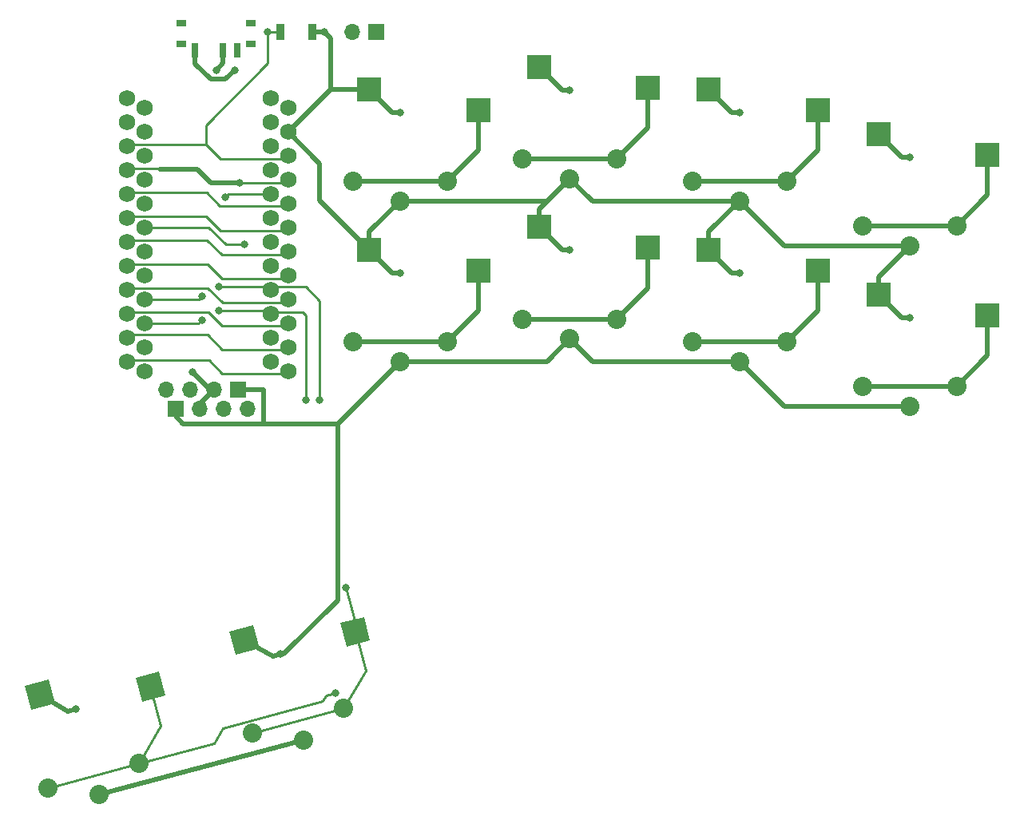
<source format=gbr>
%TF.GenerationSoftware,KiCad,Pcbnew,5.1.8*%
%TF.CreationDate,2021-02-20T18:00:33-06:00*%
%TF.ProjectId,small-paintbrush-hotswap,736d616c-6c2d-4706-9169-6e7462727573,rev?*%
%TF.SameCoordinates,Original*%
%TF.FileFunction,Copper,L2,Bot*%
%TF.FilePolarity,Positive*%
%FSLAX46Y46*%
G04 Gerber Fmt 4.6, Leading zero omitted, Abs format (unit mm)*
G04 Created by KiCad (PCBNEW 5.1.8) date 2021-02-20 18:00:33*
%MOMM*%
%LPD*%
G01*
G04 APERTURE LIST*
%TA.AperFunction,ComponentPad*%
%ADD10C,1.752600*%
%TD*%
%TA.AperFunction,ComponentPad*%
%ADD11C,2.032000*%
%TD*%
%TA.AperFunction,SMDPad,CuDef*%
%ADD12C,0.100000*%
%TD*%
%TA.AperFunction,SMDPad,CuDef*%
%ADD13R,2.600000X2.600000*%
%TD*%
%TA.AperFunction,ComponentPad*%
%ADD14O,1.700000X1.700000*%
%TD*%
%TA.AperFunction,ComponentPad*%
%ADD15R,1.700000X1.700000*%
%TD*%
%TA.AperFunction,SMDPad,CuDef*%
%ADD16R,0.900000X1.700000*%
%TD*%
%TA.AperFunction,SMDPad,CuDef*%
%ADD17R,1.000000X0.800000*%
%TD*%
%TA.AperFunction,SMDPad,CuDef*%
%ADD18R,0.700000X1.500000*%
%TD*%
%TA.AperFunction,ViaPad*%
%ADD19C,0.800000*%
%TD*%
%TA.AperFunction,Conductor*%
%ADD20C,0.508000*%
%TD*%
%TA.AperFunction,Conductor*%
%ADD21C,0.254000*%
%TD*%
G04 APERTURE END LIST*
D10*
%TO.P,U2,1*%
%TO.N,Net-(U2-Pad1)*%
X92221739Y-28629424D03*
%TO.P,U2,2*%
%TO.N,Net-(U2-Pad2)*%
X92221739Y-31169424D03*
%TO.P,U2,3*%
%TO.N,GND*%
X92221739Y-33709424D03*
%TO.P,U2,4*%
X92221739Y-36249424D03*
%TO.P,U2,5*%
%TO.N,SDA*%
X92221739Y-38789424D03*
%TO.P,U2,6*%
%TO.N,SCL*%
X92221739Y-41329424D03*
%TO.P,U2,7*%
%TO.N,Net-(U2-Pad7)*%
X92221739Y-43869424D03*
%TO.P,U2,8*%
%TO.N,Net-(U2-Pad8)*%
X92221739Y-46409424D03*
%TO.P,U2,9*%
%TO.N,T1*%
X92221739Y-48949424D03*
%TO.P,U2,10*%
%TO.N,T2*%
X92221739Y-51489424D03*
%TO.P,U2,11*%
%TO.N,Net-(U2-Pad11)*%
X92221739Y-54029424D03*
%TO.P,U2,13*%
%TO.N,R2C4*%
X76981739Y-56569424D03*
%TO.P,U2,14*%
%TO.N,R2C3*%
X76981739Y-54029424D03*
%TO.P,U2,15*%
%TO.N,R2C2*%
X76981739Y-51489424D03*
%TO.P,U2,16*%
%TO.N,R2C1*%
X76981739Y-48949424D03*
%TO.P,U2,17*%
%TO.N,R1C4*%
X76981739Y-46409424D03*
%TO.P,U2,18*%
%TO.N,R1C3*%
X76981739Y-43869424D03*
%TO.P,U2,19*%
%TO.N,R1C2*%
X76981739Y-41329424D03*
%TO.P,U2,20*%
%TO.N,R1C1*%
X76981739Y-38789424D03*
%TO.P,U2,21*%
%TO.N,VCC*%
X76981739Y-36249424D03*
%TO.P,U2,22*%
%TO.N,RST*%
X76981739Y-33709424D03*
%TO.P,U2,23*%
%TO.N,GND*%
X76981739Y-31169424D03*
%TO.P,U2,12*%
%TO.N,Net-(U2-Pad12)*%
X92221739Y-56569424D03*
%TO.P,U2,24*%
%TO.N,Net-(U2-Pad24)*%
X76981739Y-28629424D03*
%TD*%
D11*
%TO.P,KEY10,2*%
%TO.N,T1*%
X99937944Y-93322306D03*
%TO.P,KEY10,1*%
%TO.N,GND*%
X95651834Y-96644845D03*
%TA.AperFunction,SMDPad,CuDef*%
D12*
G36*
X88502183Y-87638425D02*
G01*
X87829254Y-85127018D01*
X90340661Y-84454089D01*
X91013590Y-86965496D01*
X88502183Y-87638425D01*
G37*
%TD.AperFunction*%
%TA.AperFunction,SMDPad,CuDef*%
%TO.P,KEY10,2*%
%TO.N,T1*%
G36*
X100228028Y-86774102D02*
G01*
X99555099Y-84262695D01*
X102066506Y-83589766D01*
X102739435Y-86101173D01*
X100228028Y-86774102D01*
G37*
%TD.AperFunction*%
D11*
X90278685Y-95910496D03*
%TD*%
%TO.P,KEY9,2*%
%TO.N,T2*%
X78241816Y-99139387D03*
%TO.P,KEY9,1*%
%TO.N,GND*%
X73955706Y-102461926D03*
%TA.AperFunction,SMDPad,CuDef*%
D12*
G36*
X66806055Y-93455506D02*
G01*
X66133126Y-90944099D01*
X68644533Y-90271170D01*
X69317462Y-92782577D01*
X66806055Y-93455506D01*
G37*
%TD.AperFunction*%
%TA.AperFunction,SMDPad,CuDef*%
%TO.P,KEY9,2*%
%TO.N,T2*%
G36*
X78531900Y-92591183D02*
G01*
X77858971Y-90079776D01*
X80370378Y-89406847D01*
X81043307Y-91918254D01*
X78531900Y-92591183D01*
G37*
%TD.AperFunction*%
D11*
X68582557Y-101727577D03*
%TD*%
%TO.P,KEY3,2*%
%TO.N,R1C3*%
X146901739Y-37399426D03*
%TO.P,KEY3,1*%
%TO.N,GND*%
X141901739Y-39499426D03*
D13*
X138626739Y-27649426D03*
%TO.P,KEY3,2*%
%TO.N,R1C3*%
X150176739Y-29849426D03*
D11*
X136901739Y-37399426D03*
%TD*%
%TO.P,KEY8,2*%
%TO.N,R2C4*%
X164901739Y-59149423D03*
%TO.P,KEY8,1*%
%TO.N,GND*%
X159901739Y-61249423D03*
D13*
X156626739Y-49399423D03*
%TO.P,KEY8,2*%
%TO.N,R2C4*%
X168176739Y-51599423D03*
D11*
X154901739Y-59149423D03*
%TD*%
%TO.P,KEY7,2*%
%TO.N,R2C3*%
X146901739Y-54399426D03*
%TO.P,KEY7,1*%
%TO.N,GND*%
X141901739Y-56499426D03*
D13*
X138626739Y-44649426D03*
%TO.P,KEY7,2*%
%TO.N,R2C3*%
X150176739Y-46849426D03*
D11*
X136901739Y-54399426D03*
%TD*%
%TO.P,KEY6,2*%
%TO.N,R2C2*%
X118901739Y-52019424D03*
D13*
X132176739Y-44469424D03*
%TO.P,KEY6,1*%
%TO.N,GND*%
X120626739Y-42269424D03*
D11*
X123901739Y-54119424D03*
%TO.P,KEY6,2*%
%TO.N,R2C2*%
X128901739Y-52019424D03*
%TD*%
%TO.P,KEY5,2*%
%TO.N,R2C1*%
X110901736Y-54399424D03*
%TO.P,KEY5,1*%
%TO.N,GND*%
X105901736Y-56499424D03*
D13*
X102626736Y-44649424D03*
%TO.P,KEY5,2*%
%TO.N,R2C1*%
X114176736Y-46849424D03*
D11*
X100901736Y-54399424D03*
%TD*%
%TO.P,KEY4,2*%
%TO.N,R1C4*%
X164901737Y-42149424D03*
%TO.P,KEY4,1*%
%TO.N,GND*%
X159901737Y-44249424D03*
D13*
X156626737Y-32399424D03*
%TO.P,KEY4,2*%
%TO.N,R1C4*%
X168176737Y-34599424D03*
D11*
X154901737Y-42149424D03*
%TD*%
%TO.P,KEY2,2*%
%TO.N,R1C2*%
X118901737Y-35019424D03*
D13*
X132176737Y-27469424D03*
%TO.P,KEY2,1*%
%TO.N,GND*%
X120626737Y-25269424D03*
D11*
X123901737Y-37119424D03*
%TO.P,KEY2,2*%
%TO.N,R1C2*%
X128901737Y-35019424D03*
%TD*%
%TO.P,KEY1,2*%
%TO.N,R1C1*%
X110901737Y-37399424D03*
%TO.P,KEY1,1*%
%TO.N,GND*%
X105901737Y-39499424D03*
D13*
X102626737Y-27649424D03*
%TO.P,KEY1,2*%
%TO.N,R1C1*%
X114176737Y-29849424D03*
D11*
X100901737Y-37399424D03*
%TD*%
D10*
%TO.P,U1,24*%
%TO.N,Net-(U1-Pad24)*%
X94021737Y-29629424D03*
%TO.P,U1,12*%
%TO.N,Net-(U1-Pad12)*%
X78781737Y-57569424D03*
%TO.P,U1,23*%
%TO.N,GND*%
X94021737Y-32169424D03*
%TO.P,U1,22*%
%TO.N,RST*%
X94021737Y-34709424D03*
%TO.P,U1,21*%
%TO.N,VCC*%
X94021737Y-37249424D03*
%TO.P,U1,20*%
%TO.N,R1C1*%
X94021737Y-39789424D03*
%TO.P,U1,19*%
%TO.N,R1C2*%
X94021737Y-42329424D03*
%TO.P,U1,18*%
%TO.N,R1C3*%
X94021737Y-44869424D03*
%TO.P,U1,17*%
%TO.N,R1C4*%
X94021737Y-47409424D03*
%TO.P,U1,16*%
%TO.N,R2C1*%
X94021737Y-49949424D03*
%TO.P,U1,15*%
%TO.N,R2C2*%
X94021737Y-52489424D03*
%TO.P,U1,14*%
%TO.N,R2C3*%
X94021737Y-55029424D03*
%TO.P,U1,13*%
%TO.N,R2C4*%
X94021737Y-57569424D03*
%TO.P,U1,11*%
%TO.N,Net-(U1-Pad11)*%
X78781737Y-55029424D03*
%TO.P,U1,10*%
%TO.N,T2*%
X78781737Y-52489424D03*
%TO.P,U1,9*%
%TO.N,T1*%
X78781737Y-49949424D03*
%TO.P,U1,8*%
%TO.N,Net-(U1-Pad8)*%
X78781737Y-47409424D03*
%TO.P,U1,7*%
%TO.N,Net-(U1-Pad7)*%
X78781737Y-44869424D03*
%TO.P,U1,6*%
%TO.N,SCL*%
X78781737Y-42329424D03*
%TO.P,U1,5*%
%TO.N,SDA*%
X78781737Y-39789424D03*
%TO.P,U1,4*%
%TO.N,GND*%
X78781737Y-37249424D03*
%TO.P,U1,3*%
X78781737Y-34709424D03*
%TO.P,U1,2*%
%TO.N,Net-(U1-Pad2)*%
X78781737Y-32169424D03*
%TO.P,U1,1*%
%TO.N,Net-(U1-Pad1)*%
X78781737Y-29629424D03*
%TD*%
D14*
%TO.P,J3,4*%
%TO.N,SDA*%
X89721739Y-61499424D03*
%TO.P,J3,3*%
%TO.N,SCL*%
X87181739Y-61499424D03*
%TO.P,J3,2*%
%TO.N,VCC*%
X84641739Y-61499424D03*
D15*
%TO.P,J3,1*%
%TO.N,GND*%
X82101739Y-61499424D03*
%TD*%
D14*
%TO.P,J2,4*%
%TO.N,SDA*%
X81081737Y-59499424D03*
%TO.P,J2,3*%
%TO.N,SCL*%
X83621737Y-59499424D03*
%TO.P,J2,2*%
%TO.N,VCC*%
X86161737Y-59499424D03*
D15*
%TO.P,J2,1*%
%TO.N,GND*%
X88701737Y-59499424D03*
%TD*%
D16*
%TO.P,PUSH1,2*%
%TO.N,GND*%
X96601737Y-21599425D03*
%TO.P,PUSH1,1*%
%TO.N,RST*%
X93201737Y-21599425D03*
%TD*%
D17*
%TO.P,SW1,*%
%TO.N,*%
X82751737Y-22879425D03*
X90051737Y-22879425D03*
X90051737Y-20669425D03*
X82751737Y-20669425D03*
D18*
%TO.P,SW1,3*%
%TO.N,Net-(SW1-Pad3)*%
X88651737Y-23529425D03*
%TO.P,SW1,2*%
%TO.N,Net-(J1-Pad2)*%
X87151737Y-23529425D03*
%TO.P,SW1,1*%
%TO.N,Net-(J1-Pad1)*%
X84151737Y-23529425D03*
%TD*%
D14*
%TO.P,J1,2*%
%TO.N,Net-(J1-Pad2)*%
X100861737Y-21599424D03*
D15*
%TO.P,J1,1*%
%TO.N,Net-(J1-Pad1)*%
X103401737Y-21599424D03*
%TD*%
D19*
%TO.N,GND*%
X159901739Y-34849425D03*
X141901739Y-30099424D03*
X123901737Y-27719424D03*
X105901739Y-30099426D03*
X105901739Y-47099426D03*
X123901738Y-44719424D03*
X141901739Y-47099424D03*
X159901738Y-51849425D03*
X97901739Y-21599425D03*
X71522808Y-93382224D03*
X93256139Y-87558795D03*
%TO.N,VCC*%
X83901738Y-57599424D03*
X88915038Y-37586123D03*
%TO.N,Net-(J1-Pad2)*%
X86401743Y-25599430D03*
%TO.N,Net-(J1-Pad1)*%
X88401725Y-25599424D03*
%TO.N,SDA*%
X87401739Y-39099424D03*
%TO.N,SCL*%
X89426738Y-44124425D03*
%TO.N,T1*%
X84901738Y-49599424D03*
X86674737Y-48599425D03*
X97401737Y-60599423D03*
X100172412Y-80529205D03*
%TO.N,T2*%
X84901736Y-52099425D03*
X86674737Y-51099424D03*
X95901739Y-60599424D03*
X99026310Y-91706702D03*
%TO.N,RST*%
X91901737Y-21599424D03*
%TD*%
D20*
%TO.N,GND*%
X156626739Y-32399423D02*
X159076737Y-34849424D01*
X159076737Y-34849424D02*
X159901739Y-34849425D01*
X138626739Y-27649425D02*
X141076738Y-30099425D01*
X141076738Y-30099425D02*
X141901739Y-30099424D01*
X120626739Y-25269424D02*
X123076737Y-27719425D01*
X123076737Y-27719425D02*
X123901737Y-27719424D01*
X102626736Y-27649424D02*
X105076737Y-30099424D01*
X105076737Y-30099424D02*
X105901739Y-30099426D01*
X102626739Y-44649423D02*
X105076738Y-47099424D01*
X105076738Y-47099424D02*
X105901739Y-47099426D01*
X120626739Y-42269424D02*
X123076737Y-44719424D01*
X123076737Y-44719424D02*
X123901738Y-44719424D01*
X138626737Y-44649425D02*
X141076739Y-47099425D01*
X141076739Y-47099425D02*
X141901739Y-47099424D01*
X98541737Y-27649424D02*
X102626736Y-27649424D01*
X94021739Y-32169424D02*
X98541737Y-27649424D01*
X159076736Y-51849424D02*
X159901738Y-51849425D01*
X156626738Y-49399423D02*
X159076736Y-51849424D01*
X156626738Y-47524423D02*
X159901738Y-44249424D01*
X156626738Y-49399423D02*
X156626738Y-47524423D01*
X138626739Y-42774425D02*
X141901739Y-39499423D01*
X138626737Y-44649425D02*
X138626739Y-42774425D01*
X102626737Y-42774424D02*
X105901739Y-39499424D01*
X102626739Y-44649423D02*
X102626737Y-42774424D01*
X94021739Y-32169424D02*
X97401738Y-35549424D01*
X97401739Y-39424423D02*
X102626739Y-44649423D01*
X97401738Y-35549424D02*
X97401739Y-39424423D01*
X121521737Y-56499424D02*
X123901738Y-54119425D01*
X105901738Y-56499424D02*
X121521737Y-56499424D01*
X126281737Y-56499425D02*
X141901739Y-56499423D01*
X123901738Y-54119425D02*
X126281737Y-56499425D01*
X146651737Y-61249424D02*
X159901739Y-61249425D01*
X141901739Y-56499423D02*
X146651737Y-61249424D01*
X121521738Y-39499424D02*
X123901739Y-37119425D01*
X105901739Y-39499424D02*
X121521738Y-39499424D01*
X126281739Y-39499425D02*
X141901739Y-39499423D01*
X123901739Y-37119425D02*
X126281739Y-39499425D01*
X146651739Y-44249423D02*
X159901738Y-44249424D01*
X141901739Y-39499423D02*
X146651739Y-44249423D01*
X120626739Y-40394424D02*
X121521738Y-39499424D01*
X120626739Y-42269424D02*
X120626739Y-40394424D01*
X91401736Y-59499425D02*
X88701739Y-59499424D01*
X91401739Y-63099424D02*
X91401736Y-59499425D01*
X82901738Y-63099424D02*
X91401739Y-63099424D01*
X82101738Y-62299424D02*
X82901738Y-63099424D01*
X82101738Y-61499424D02*
X82101738Y-62299424D01*
X105901738Y-56499424D02*
X99301738Y-63099423D01*
X92901739Y-63099424D02*
X91401739Y-63099424D01*
X92874705Y-63126456D02*
X92901739Y-63099424D01*
X99301738Y-63099423D02*
X92901739Y-63099424D01*
X96601738Y-21599424D02*
X97901739Y-21599425D01*
X98541737Y-22239423D02*
X98541737Y-27649424D01*
X97901739Y-21599425D02*
X98541737Y-22239423D01*
X70725919Y-93595750D02*
X71522808Y-93382224D01*
X67725293Y-91863338D02*
X70725919Y-93595750D01*
X92426330Y-87781142D02*
X93256139Y-87558795D01*
X89421420Y-86046257D02*
X92426330Y-87781142D01*
X95649361Y-96649130D02*
X95651834Y-96644846D01*
X73955707Y-102461927D02*
X95649361Y-96649130D01*
X93562709Y-87558795D02*
X93256139Y-87558795D01*
X99301738Y-81819765D02*
X93562709Y-87558795D01*
X99301738Y-63099423D02*
X99301738Y-81819765D01*
%TO.N,R1C1*%
X110901739Y-37399424D02*
X100901739Y-37399423D01*
X114176737Y-34124425D02*
X110901739Y-37399424D01*
X114176739Y-29849424D02*
X114176737Y-34124425D01*
D21*
X86795038Y-39992725D02*
X93818438Y-39992724D01*
X93818438Y-39992724D02*
X94021736Y-39789425D01*
X85388436Y-38586122D02*
X86795038Y-39992725D01*
X77185039Y-38586124D02*
X85388436Y-38586122D01*
X76981737Y-38789424D02*
X77185039Y-38586124D01*
D20*
%TO.N,R1C2*%
X128901739Y-35019425D02*
X118901739Y-35019424D01*
X132176739Y-31744423D02*
X128901739Y-35019425D01*
X132176737Y-27469424D02*
X132176739Y-31744423D01*
D21*
X93685040Y-42666123D02*
X94021737Y-42329424D01*
X86901737Y-42666123D02*
X93685040Y-42666123D01*
X85361739Y-41126123D02*
X86901737Y-42666123D01*
X77185040Y-41126123D02*
X85361739Y-41126123D01*
X76981737Y-41329424D02*
X77185040Y-41126123D01*
D20*
%TO.N,R1C3*%
X146901739Y-37399423D02*
X136901737Y-37399425D01*
X150176738Y-34124424D02*
X146901739Y-37399423D01*
X150176739Y-29849424D02*
X150176738Y-34124424D01*
D21*
X93685039Y-45206123D02*
X94021739Y-44869424D01*
X87008436Y-45206123D02*
X93685039Y-45206123D01*
X85468438Y-43666122D02*
X87008436Y-45206123D01*
X77185039Y-43666123D02*
X85468438Y-43666122D01*
X76981739Y-43869424D02*
X77185039Y-43666123D01*
D20*
%TO.N,R1C4*%
X164901738Y-42149424D02*
X154901738Y-42149423D01*
X168176739Y-38874424D02*
X164901738Y-42149424D01*
X168176738Y-34599424D02*
X168176739Y-38874424D01*
D21*
X93685040Y-47746124D02*
X94021737Y-47409423D01*
X87048436Y-47746124D02*
X93685040Y-47746124D01*
X85508436Y-46206122D02*
X87048436Y-47746124D01*
X77185040Y-46206124D02*
X85508436Y-46206122D01*
X76981738Y-46409424D02*
X77185040Y-46206124D01*
D20*
%TO.N,R2C1*%
X110901737Y-54399424D02*
X100901738Y-54399424D01*
X114176739Y-51124424D02*
X110901737Y-54399424D01*
X114176737Y-46849424D02*
X114176739Y-51124424D01*
D21*
X93685040Y-50286122D02*
X94021737Y-49949424D01*
X87088435Y-50286123D02*
X93685040Y-50286122D01*
X77185039Y-48746122D02*
X85548437Y-48746123D01*
X85548437Y-48746123D02*
X87088435Y-50286123D01*
X76981739Y-48949425D02*
X77185039Y-48746122D01*
D20*
%TO.N,R2C2*%
X128901737Y-52019424D02*
X118901738Y-52019424D01*
X132176738Y-48744423D02*
X128901737Y-52019424D01*
X132176738Y-44469423D02*
X132176738Y-48744423D01*
D21*
X93818438Y-52692724D02*
X94021737Y-52489425D01*
X86995038Y-52692725D02*
X93818438Y-52692724D01*
X85588438Y-51286122D02*
X86995038Y-52692725D01*
X77185037Y-51286124D02*
X85588438Y-51286122D01*
X76981739Y-51489424D02*
X77185037Y-51286124D01*
D20*
%TO.N,R2C3*%
X136901737Y-54399425D02*
X146901738Y-54399423D01*
X150176737Y-51124424D02*
X146901738Y-54399423D01*
X150176739Y-46849424D02*
X150176737Y-51124424D01*
D21*
X87035038Y-55232725D02*
X93818436Y-55232726D01*
X85495040Y-53692724D02*
X87035038Y-55232725D01*
X77318438Y-53692725D02*
X85495040Y-53692724D01*
X93818436Y-55232726D02*
X94021738Y-55029423D01*
X76981737Y-54029424D02*
X77318438Y-53692725D01*
D20*
%TO.N,R2C4*%
X154901737Y-59149424D02*
X164901738Y-59149425D01*
X168176739Y-55874424D02*
X164901738Y-59149425D01*
X168176737Y-51599424D02*
X168176739Y-55874424D01*
D21*
X77185040Y-56366122D02*
X76981739Y-56569424D01*
X85668437Y-56366123D02*
X77185040Y-56366122D01*
X87075040Y-57772725D02*
X85668437Y-56366123D01*
X93818438Y-57772725D02*
X87075040Y-57772725D01*
X94021739Y-57569424D02*
X93818438Y-57772725D01*
D20*
%TO.N,VCC*%
X84641739Y-61019424D02*
X86161737Y-59499424D01*
X84641738Y-61499425D02*
X84641739Y-61019424D01*
D21*
X93685038Y-37586123D02*
X94021738Y-37249423D01*
D20*
X85801738Y-59499423D02*
X83901738Y-57599424D01*
X86161737Y-59499424D02*
X85801738Y-59499423D01*
D21*
X88915038Y-37586123D02*
X93685038Y-37586123D01*
D20*
X88915038Y-37586123D02*
X85888437Y-37586122D01*
X85888437Y-37586122D02*
X84401738Y-36099423D01*
X84401738Y-36099423D02*
X80401737Y-36099424D01*
D21*
X77185040Y-36046122D02*
X76981739Y-36249425D01*
X80348435Y-36046124D02*
X77185040Y-36046122D01*
X80401737Y-36099424D02*
X80348435Y-36046124D01*
D20*
%TO.N,Net-(J1-Pad2)*%
X87151737Y-24849436D02*
X86401743Y-25599430D01*
X87151739Y-23529424D02*
X87151737Y-24849436D01*
%TO.N,Net-(J1-Pad1)*%
X84151739Y-24915109D02*
X85836052Y-26599424D01*
X84151739Y-23529426D02*
X84151739Y-24915109D01*
X87401725Y-26599423D02*
X88401725Y-25599424D01*
X85836052Y-26599424D02*
X87401725Y-26599423D01*
D21*
%TO.N,SDA*%
X87711737Y-38789425D02*
X87401739Y-39099424D01*
X92221739Y-38789425D02*
X87711737Y-38789425D01*
%TO.N,SCL*%
X85631737Y-42329423D02*
X87426738Y-44124424D01*
X87426738Y-44124424D02*
X89426738Y-44124425D01*
X78781737Y-42329424D02*
X85631737Y-42329423D01*
%TO.N,T1*%
X84551737Y-49949425D02*
X84901738Y-49599424D01*
X78781737Y-49949424D02*
X84551737Y-49949425D01*
X91871737Y-48599424D02*
X92221738Y-48949424D01*
X86674737Y-48599425D02*
X91871737Y-48599424D01*
X97401737Y-50099424D02*
X97401737Y-60599423D01*
X95915038Y-48612725D02*
X97401737Y-50099424D01*
X92558437Y-48612725D02*
X95915038Y-48612725D01*
X92221738Y-48949424D02*
X92558437Y-48612725D01*
X90278685Y-95910497D02*
X99937942Y-93322306D01*
X102253718Y-89311267D02*
X99937942Y-93322306D01*
X101147267Y-85181934D02*
X102253718Y-89311267D01*
X101332937Y-84860343D02*
X100172412Y-80529205D01*
X101147267Y-85181934D02*
X101332937Y-84860343D01*
%TO.N,T2*%
X84511738Y-52489424D02*
X84901736Y-52099425D01*
X78781738Y-52489424D02*
X84511738Y-52489424D01*
X91831738Y-51099424D02*
X92221739Y-51489425D01*
X86674737Y-51099424D02*
X91831738Y-51099424D01*
X95588438Y-51286124D02*
X92425038Y-51286123D01*
X95901738Y-51599424D02*
X95588438Y-51286124D01*
X92425038Y-51286123D02*
X92221739Y-51489425D01*
X95901739Y-60599424D02*
X95901738Y-51599424D01*
X68582558Y-101727578D02*
X78241816Y-99139387D01*
X80557591Y-95128349D02*
X78241816Y-99139387D01*
X79451138Y-90999015D02*
X80557591Y-95128349D01*
X87114525Y-95367954D02*
X97739711Y-92520945D01*
X78241816Y-99139387D02*
X86162408Y-97017071D01*
X86162408Y-97017071D02*
X87114525Y-95367954D01*
X97739711Y-92520945D02*
X98060383Y-91965521D01*
X98060383Y-91965521D02*
X99026310Y-91706702D01*
%TO.N,RST*%
X93685040Y-35046124D02*
X94021737Y-34709424D01*
X86848435Y-35046124D02*
X93685040Y-35046124D01*
X85308438Y-33506124D02*
X86848435Y-35046124D01*
X77185040Y-33506124D02*
X85308438Y-33506124D01*
X76981737Y-33709424D02*
X77185040Y-33506124D01*
X93201739Y-21599423D02*
X91901737Y-21599424D01*
X85308436Y-31492726D02*
X85308438Y-33506124D01*
X91901739Y-24899426D02*
X85308436Y-31492726D01*
X91901737Y-21599424D02*
X91901739Y-24899426D01*
%TD*%
M02*

</source>
